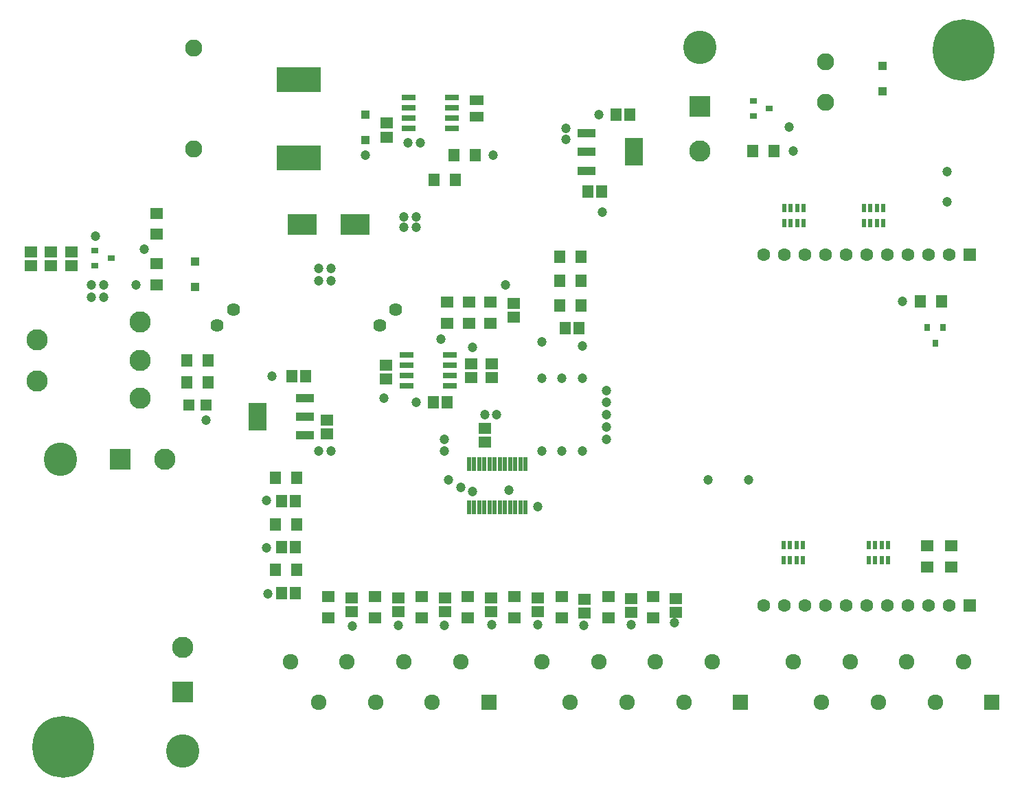
<source format=gts>
G04*
G04 #@! TF.GenerationSoftware,Altium Limited,Altium Designer,20.2.6 (244)*
G04*
G04 Layer_Color=8388736*
%FSLAX25Y25*%
%MOIN*%
G70*
G04*
G04 #@! TF.SameCoordinates,C2834271-33A1-44EC-96ED-C6C83E4A5B3B*
G04*
G04*
G04 #@! TF.FilePolarity,Negative*
G04*
G01*
G75*
%ADD13R,0.21732X0.11890*%
%ADD14R,0.03543X0.03150*%
%ADD15R,0.03150X0.03543*%
%ADD16R,0.07165X0.05000*%
%ADD17R,0.06181X0.05394*%
%ADD18R,0.08937X0.13268*%
%ADD19R,0.08937X0.04016*%
%ADD20R,0.05984X0.05197*%
%ADD21R,0.05197X0.05984*%
%ADD22R,0.14252X0.10315*%
%ADD23R,0.02244X0.04213*%
%ADD24R,0.05197X0.05197*%
%ADD25R,0.05394X0.06181*%
%ADD26R,0.06575X0.02835*%
%ADD27R,0.04213X0.04016*%
%ADD28R,0.01890X0.06772*%
%ADD29C,0.08346*%
%ADD30C,0.10315*%
%ADD31C,0.06299*%
%ADD32R,0.06299X0.06299*%
%ADD33C,0.06378*%
%ADD34R,0.10315X0.10315*%
%ADD35C,0.16221*%
%ADD36C,0.07559*%
%ADD37R,0.07559X0.07559*%
%ADD38C,0.30000*%
%ADD39R,0.10315X0.10315*%
%ADD40C,0.04724*%
D13*
X141732Y313583D02*
D03*
Y351772D02*
D03*
D14*
X42913Y268701D02*
D03*
Y261221D02*
D03*
X50787Y264961D02*
D03*
X370276Y337756D02*
D03*
X362402Y334016D02*
D03*
Y341496D02*
D03*
D15*
X454528Y231496D02*
D03*
X447047D02*
D03*
X450787Y223622D02*
D03*
D16*
X228346Y333661D02*
D03*
Y341535D02*
D03*
D17*
X225590Y213583D02*
D03*
Y206890D02*
D03*
X235433Y213583D02*
D03*
Y206890D02*
D03*
X21654Y261417D02*
D03*
Y268110D02*
D03*
X155512Y179724D02*
D03*
Y186417D02*
D03*
X167589Y93201D02*
D03*
Y99894D02*
D03*
X190161Y93201D02*
D03*
Y99894D02*
D03*
X212732Y93201D02*
D03*
Y99894D02*
D03*
X235303Y93201D02*
D03*
Y99894D02*
D03*
X257874Y93201D02*
D03*
Y99894D02*
D03*
X280512Y92716D02*
D03*
Y99410D02*
D03*
X303150Y93110D02*
D03*
Y99803D02*
D03*
X324803Y93110D02*
D03*
Y99803D02*
D03*
X232283Y175787D02*
D03*
Y182480D02*
D03*
X246063Y242913D02*
D03*
Y236221D02*
D03*
X184055Y206299D02*
D03*
Y212992D02*
D03*
X11811Y261417D02*
D03*
Y268110D02*
D03*
X31496Y261417D02*
D03*
Y268110D02*
D03*
X184646Y323819D02*
D03*
Y330512D02*
D03*
D18*
X121949Y188091D02*
D03*
X304626Y316535D02*
D03*
D19*
X144980Y197146D02*
D03*
Y188091D02*
D03*
Y179035D02*
D03*
X281594Y325591D02*
D03*
Y316535D02*
D03*
Y307480D02*
D03*
D20*
X72835Y286811D02*
D03*
Y276575D02*
D03*
Y251969D02*
D03*
Y262205D02*
D03*
X213779Y243610D02*
D03*
Y233374D02*
D03*
X224409Y243610D02*
D03*
Y233374D02*
D03*
X156296Y90354D02*
D03*
Y100591D02*
D03*
X178867Y90354D02*
D03*
Y100591D02*
D03*
X201438Y90354D02*
D03*
Y100591D02*
D03*
X224009Y90354D02*
D03*
Y100591D02*
D03*
X246580Y90354D02*
D03*
Y100591D02*
D03*
X269685Y90354D02*
D03*
Y100591D02*
D03*
X292323Y90354D02*
D03*
Y100591D02*
D03*
X313976Y90354D02*
D03*
Y100591D02*
D03*
X235039Y243610D02*
D03*
Y233374D02*
D03*
X458661Y114961D02*
D03*
Y125197D02*
D03*
X446850Y114961D02*
D03*
Y125197D02*
D03*
D21*
X97835Y215354D02*
D03*
X87598D02*
D03*
Y204528D02*
D03*
X97835D02*
D03*
X207480Y303150D02*
D03*
X217717D02*
D03*
X227559Y314961D02*
D03*
X217323D02*
D03*
X278740Y265748D02*
D03*
X268504D02*
D03*
Y253937D02*
D03*
X278740D02*
D03*
X130709Y158398D02*
D03*
X140945D02*
D03*
X130709Y135827D02*
D03*
X140945D02*
D03*
X130709Y113656D02*
D03*
X140945D02*
D03*
X278740Y242126D02*
D03*
X268504D02*
D03*
X362205Y316929D02*
D03*
X372441D02*
D03*
X453937Y244094D02*
D03*
X443701D02*
D03*
D22*
X143701Y281496D02*
D03*
X169291D02*
D03*
D23*
X387008Y289370D02*
D03*
Y282087D02*
D03*
X383858D02*
D03*
X380709D02*
D03*
X377559D02*
D03*
X383858Y289370D02*
D03*
X380709D02*
D03*
X377559D02*
D03*
X427953Y125689D02*
D03*
Y118405D02*
D03*
X424803D02*
D03*
X421654D02*
D03*
X418504D02*
D03*
X424803Y125689D02*
D03*
X421654D02*
D03*
X418504D02*
D03*
X386614D02*
D03*
Y118405D02*
D03*
X383465D02*
D03*
X380315D02*
D03*
X377165D02*
D03*
X383465Y125689D02*
D03*
X380315D02*
D03*
X377165D02*
D03*
X425591Y289370D02*
D03*
Y282087D02*
D03*
X422441D02*
D03*
X419291D02*
D03*
X416142D02*
D03*
X422441Y289370D02*
D03*
X419291D02*
D03*
X416142D02*
D03*
D24*
X88386Y193701D02*
D03*
X97047D02*
D03*
D25*
X138386Y207677D02*
D03*
X145079D02*
D03*
X288779Y297244D02*
D03*
X282087D02*
D03*
X295866Y334646D02*
D03*
X302559D02*
D03*
X133555Y147105D02*
D03*
X140248D02*
D03*
X133555Y124533D02*
D03*
X140248D02*
D03*
X133555Y102362D02*
D03*
X140248D02*
D03*
X278043Y231102D02*
D03*
X271350D02*
D03*
X207283Y194882D02*
D03*
X213976D02*
D03*
D26*
X195079Y343130D02*
D03*
Y338130D02*
D03*
Y333130D02*
D03*
Y328130D02*
D03*
X216339Y343130D02*
D03*
Y338130D02*
D03*
Y333130D02*
D03*
Y328130D02*
D03*
X215354Y203130D02*
D03*
Y208130D02*
D03*
Y213130D02*
D03*
Y218130D02*
D03*
X194095Y203130D02*
D03*
Y208130D02*
D03*
Y213130D02*
D03*
Y218130D02*
D03*
D27*
X91535Y263386D02*
D03*
Y250984D02*
D03*
X174213Y334646D02*
D03*
Y322244D02*
D03*
X425197Y358268D02*
D03*
Y345866D02*
D03*
D28*
X226939Y144055D02*
D03*
X229439D02*
D03*
X231939D02*
D03*
X234439D02*
D03*
X236939D02*
D03*
X239439D02*
D03*
X241939D02*
D03*
X244439D02*
D03*
X246939D02*
D03*
X249439D02*
D03*
X251939D02*
D03*
Y165000D02*
D03*
X249439D02*
D03*
X246939D02*
D03*
X244439D02*
D03*
X241939D02*
D03*
X239439D02*
D03*
X236939D02*
D03*
X234439D02*
D03*
X231939D02*
D03*
X229439D02*
D03*
X226939D02*
D03*
X224439D02*
D03*
Y144055D02*
D03*
D29*
X90945Y367126D02*
D03*
Y317913D02*
D03*
X397638Y340551D02*
D03*
Y360236D02*
D03*
D30*
X64961Y215354D02*
D03*
X14961Y205354D02*
D03*
X64961Y215354D02*
D03*
X14961Y205354D02*
D03*
X64961Y196850D02*
D03*
D03*
Y233858D02*
D03*
D03*
X14961Y225354D02*
D03*
D03*
X85630Y75984D02*
D03*
X76772Y167323D02*
D03*
X336614Y316929D02*
D03*
D31*
X377677Y96457D02*
D03*
X397677D02*
D03*
X407677D02*
D03*
X367677D02*
D03*
X387677D02*
D03*
X417677D02*
D03*
X427677D02*
D03*
X437677D02*
D03*
X447677D02*
D03*
X457677D02*
D03*
Y266732D02*
D03*
X447677D02*
D03*
X437677D02*
D03*
X427677D02*
D03*
X417677D02*
D03*
X407677D02*
D03*
X397677D02*
D03*
X387677D02*
D03*
X377677D02*
D03*
X367677D02*
D03*
D32*
X467677Y96457D02*
D03*
Y266732D02*
D03*
D33*
X102362Y232283D02*
D03*
X181102D02*
D03*
X188976Y240158D02*
D03*
X110236D02*
D03*
D34*
X85630Y54331D02*
D03*
X336614Y338583D02*
D03*
D35*
X85630Y25591D02*
D03*
X26378Y167323D02*
D03*
X336614Y367323D02*
D03*
D36*
X464567Y68898D02*
D03*
X437008D02*
D03*
X423228Y49213D02*
D03*
X409449Y68898D02*
D03*
X395669Y49213D02*
D03*
X381890Y68898D02*
D03*
X450787Y49213D02*
D03*
X220472Y68898D02*
D03*
X192913D02*
D03*
X179134Y49213D02*
D03*
X165354Y68898D02*
D03*
X151575Y49213D02*
D03*
X137795Y68898D02*
D03*
X206693Y49213D02*
D03*
X342520Y68898D02*
D03*
X314961D02*
D03*
X301181Y49213D02*
D03*
X287402Y68898D02*
D03*
X273622Y49213D02*
D03*
X259842Y68898D02*
D03*
X328740Y49213D02*
D03*
D37*
X478346D02*
D03*
X234252D02*
D03*
X356299D02*
D03*
D38*
X464567Y366142D02*
D03*
X27559Y27559D02*
D03*
D39*
X55118Y167323D02*
D03*
D40*
X211024Y225590D02*
D03*
X198819Y194882D02*
D03*
X157480Y253937D02*
D03*
X151575D02*
D03*
X183071Y196850D02*
D03*
X151575Y259842D02*
D03*
X157480D02*
D03*
X242126Y251969D02*
D03*
X212598Y176937D02*
D03*
X41339Y246063D02*
D03*
X47244D02*
D03*
Y251969D02*
D03*
X41339D02*
D03*
X43307Y275590D02*
D03*
X66929Y269193D02*
D03*
X244035Y152273D02*
D03*
X259842Y224410D02*
D03*
X226378Y221654D02*
D03*
X62992Y251969D02*
D03*
X291339Y177165D02*
D03*
Y183071D02*
D03*
Y188976D02*
D03*
Y194882D02*
D03*
Y200787D02*
D03*
X456693Y292323D02*
D03*
X192913Y280118D02*
D03*
Y285039D02*
D03*
X198819D02*
D03*
Y280118D02*
D03*
X128937Y207677D02*
D03*
X151575Y171260D02*
D03*
X157480D02*
D03*
X271654Y322835D02*
D03*
Y328108D02*
D03*
X456693Y307087D02*
D03*
X435039Y244094D02*
D03*
X194882Y320866D02*
D03*
X200787D02*
D03*
X279528Y222441D02*
D03*
X236221Y314961D02*
D03*
X287402Y334646D02*
D03*
X289370Y287402D02*
D03*
X379921Y328740D02*
D03*
X381890Y316929D02*
D03*
X269685Y206693D02*
D03*
X279528D02*
D03*
Y171260D02*
D03*
X269685D02*
D03*
X259842Y206693D02*
D03*
Y171260D02*
D03*
X126378Y124409D02*
D03*
X126772Y101969D02*
D03*
X340551Y157480D02*
D03*
X360236D02*
D03*
X212598Y171260D02*
D03*
X214567Y157480D02*
D03*
X220472Y153543D02*
D03*
X226378Y151575D02*
D03*
X257874Y144488D02*
D03*
X232283Y188976D02*
D03*
X237939D02*
D03*
X126378Y147244D02*
D03*
X324337Y87868D02*
D03*
X303150Y87008D02*
D03*
X280315Y86614D02*
D03*
X167717Y86221D02*
D03*
X97047Y186417D02*
D03*
X174213Y314961D02*
D03*
X257874Y87008D02*
D03*
X235433D02*
D03*
X212598Y86614D02*
D03*
X190157D02*
D03*
M02*

</source>
